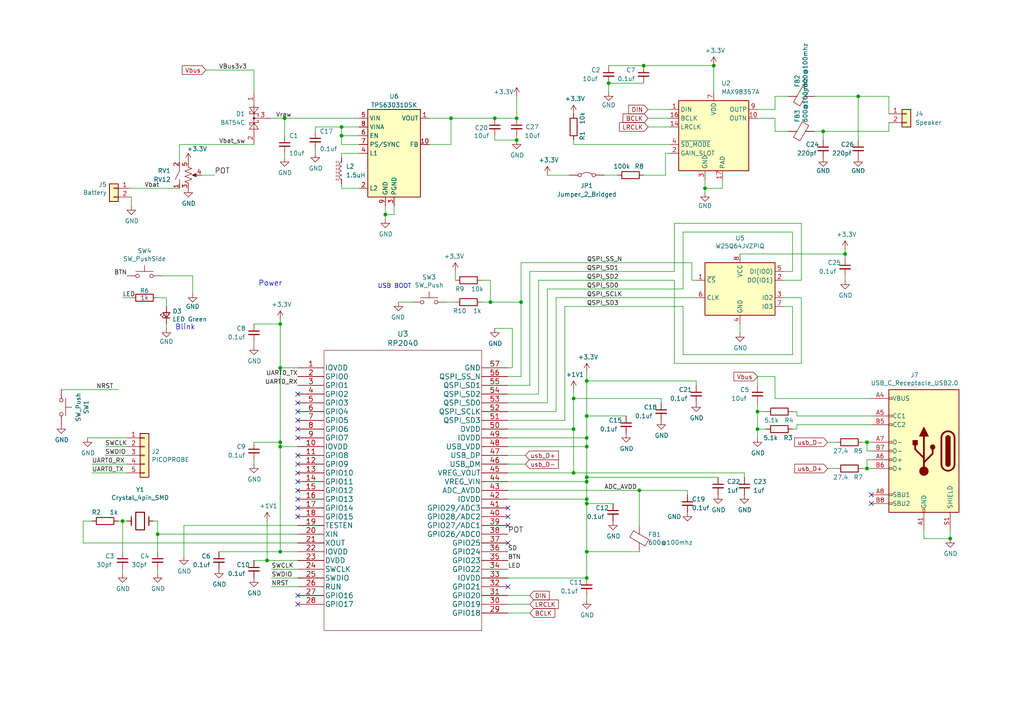
<source format=kicad_sch>
(kicad_sch (version 20231120) (generator "eeschema") (generator_version "8.0")
  (paper "A4")
  (junction (at 245.11 73.66))
  (junction (at 170.18 146.05))
  (junction (at 81.28 128.27))
  (junction (at 251.46 135.89))
  (junction (at 170.18 120.65))
  (junction (at 185.42 142.24))
  (junction (at 111.76 62.23))
  (junction (at 45.72 154.94))
  (junction (at 35.56 151.13))
  (junction (at 151.13 87.63))
  (junction (at 170.18 129.54))
  (junction (at 176.53 24.13))
  (junction (at 251.46 128.27))
  (junction (at 219.71 119.38))
  (junction (at 166.37 115.57))
  (junction (at 248.92 27.94))
  (junction (at 204.47 54.61))
  (junction (at 82.55 34.29))
  (junction (at 170.18 160.02))
  (junction (at 186.69 19.05))
  (junction (at 143.51 34.29))
  (junction (at 238.76 38.1))
  (junction (at 81.28 129.54))
  (junction (at 170.18 139.7))
  (junction (at 142.24 87.63))
  (junction (at 166.37 137.16))
  (junction (at 99.06 36.83))
  (junction (at 77.47 162.56))
  (junction (at 149.86 40.64))
  (junction (at 170.18 144.78))
  (junction (at 99.06 39.37))
  (junction (at 81.28 106.68))
  (junction (at 81.28 160.02))
  (junction (at 219.71 124.46))
  (junction (at 170.18 138.43))
  (junction (at 166.37 124.46))
  (junction (at 170.18 127))
  (junction (at 81.28 93.98))
  (junction (at 207.01 19.05))
  (junction (at 149.86 34.29))
  (junction (at 170.18 110.49))
  (junction (at 275.59 156.21))
  (junction (at 130.81 34.29))
  (junction (at 170.18 167.64))
  (no_connect (at 86.36 134.62))
  (no_connect (at 147.32 157.48))
  (no_connect (at 86.36 142.24))
  (no_connect (at 86.36 147.32))
  (no_connect (at 252.73 143.51))
  (no_connect (at 147.32 170.18))
  (no_connect (at 86.36 137.16))
  (no_connect (at 86.36 139.7))
  (no_connect (at 86.36 127))
  (no_connect (at 86.36 172.72))
  (no_connect (at 86.36 175.26))
  (no_connect (at 86.36 114.3))
  (no_connect (at -6.35 -22.86))
  (no_connect (at 86.36 121.92))
  (no_connect (at 86.36 124.46))
  (no_connect (at 147.32 152.4))
  (no_connect (at 86.36 132.08))
  (no_connect (at 147.32 147.32))
  (no_connect (at 147.32 149.86))
  (no_connect (at 86.36 119.38))
  (no_connect (at 86.36 149.86))
  (no_connect (at 252.73 146.05))
  (no_connect (at 86.36 144.78))
  (no_connect (at 86.36 116.84))
  (wire (pts (xy 166.37 115.57) (xy 166.37 124.46)))
  (wire (pts (xy 151.13 87.63) (xy 151.13 76.2)))
  (wire (pts (xy 119.38 87.63) (xy 115.57 87.63)))
  (wire (pts (xy 214.63 73.66) (xy 245.11 73.66)))
  (wire (pts (xy 30.48 132.08) (xy 36.83 132.08)))
  (wire (pts (xy 198.12 67.31) (xy 198.12 83.82)))
  (wire (pts (xy 99.06 44.45) (xy 99.06 45.72)))
  (wire (pts (xy 185.42 142.24) (xy 199.39 142.24)))
  (wire (pts (xy 86.36 170.18) (xy 78.74 170.18)))
  (wire (pts (xy 147.32 142.24) (xy 185.42 142.24)))
  (wire (pts (xy 73.66 20.32) (xy 73.66 26.67)))
  (wire (pts (xy 231.14 124.46) (xy 229.87 124.46)))
  (wire (pts (xy 86.36 167.64) (xy 78.74 167.64)))
  (wire (pts (xy 251.46 133.35) (xy 251.46 135.89)))
  (wire (pts (xy 200.66 81.28) (xy 201.93 81.28)))
  (wire (pts (xy 170.18 172.72) (xy 170.18 173.99)))
  (wire (pts (xy 86.36 129.54) (xy 81.28 129.54)))
  (wire (pts (xy 250.19 128.27) (xy 251.46 128.27)))
  (wire (pts (xy 86.36 162.56) (xy 77.47 162.56)))
  (wire (pts (xy 251.46 135.89) (xy 252.73 135.89)))
  (wire (pts (xy 166.37 115.57) (xy 191.77 115.57)))
  (wire (pts (xy 104.14 41.91) (xy 99.06 41.91)))
  (wire (pts (xy 229.87 88.9) (xy 227.33 88.9)))
  (wire (pts (xy 148.59 95.25) (xy 143.51 95.25)))
  (wire (pts (xy 231.14 123.19) (xy 231.14 124.46)))
  (wire (pts (xy 58.42 50.8) (xy 62.23 50.8)))
  (wire (pts (xy 224.79 27.94) (xy 224.79 31.75)))
  (wire (pts (xy 147.32 167.64) (xy 170.18 167.64)))
  (wire (pts (xy 252.73 123.19) (xy 231.14 123.19)))
  (wire (pts (xy 204.47 54.61) (xy 204.47 52.07)))
  (wire (pts (xy 86.36 160.02) (xy 81.28 160.02)))
  (wire (pts (xy 81.28 93.98) (xy 81.28 92.71)))
  (wire (pts (xy 55.88 80.01) (xy 55.88 85.09)))
  (wire (pts (xy 200.66 76.2) (xy 200.66 81.28)))
  (wire (pts (xy 147.32 129.54) (xy 170.18 129.54)))
  (wire (pts (xy 104.14 44.45) (xy 99.06 44.45)))
  (wire (pts (xy 34.29 151.13) (xy 35.56 151.13)))
  (wire (pts (xy 176.53 24.13) (xy 176.53 26.67)))
  (wire (pts (xy 219.71 116.84) (xy 219.71 119.38)))
  (wire (pts (xy 24.13 151.13) (xy 26.67 151.13)))
  (wire (pts (xy 204.47 54.61) (xy 204.47 55.88)))
  (wire (pts (xy 170.18 110.49) (xy 201.93 110.49)))
  (wire (pts (xy 48.26 93.98) (xy 48.26 95.25)))
  (wire (pts (xy 245.11 73.66) (xy 245.11 74.93)))
  (wire (pts (xy 227.33 78.74) (xy 229.87 78.74)))
  (wire (pts (xy 170.18 139.7) (xy 170.18 144.78)))
  (wire (pts (xy 219.71 31.75) (xy 224.79 31.75)))
  (wire (pts (xy 35.56 166.37) (xy 35.56 165.1)))
  (wire (pts (xy 81.28 106.68) (xy 81.28 128.27)))
  (wire (pts (xy 170.18 107.95) (xy 170.18 110.49)))
  (wire (pts (xy 193.04 50.8) (xy 186.69 50.8)))
  (wire (pts (xy 207.01 19.05) (xy 186.69 19.05)))
  (wire (pts (xy 187.96 31.75) (xy 194.31 31.75)))
  (wire (pts (xy 166.37 124.46) (xy 166.37 137.16)))
  (wire (pts (xy 170.18 167.64) (xy 170.18 160.02)))
  (wire (pts (xy 229.87 78.74) (xy 229.87 67.31)))
  (wire (pts (xy 232.41 64.77) (xy 232.41 81.28)))
  (wire (pts (xy 78.74 34.29) (xy 82.55 34.29)))
  (wire (pts (xy 26.67 134.62) (xy 36.83 134.62)))
  (wire (pts (xy 219.71 124.46) (xy 219.71 127)))
  (wire (pts (xy 170.18 138.43) (xy 208.28 138.43)))
  (wire (pts (xy 86.36 157.48) (xy 24.13 157.48)))
  (wire (pts (xy 156.21 81.28) (xy 195.58 81.28)))
  (wire (pts (xy 73.66 93.98) (xy 81.28 93.98)))
  (wire (pts (xy 248.92 27.94) (xy 248.92 40.64)))
  (wire (pts (xy 35.56 160.02) (xy 35.56 151.13)))
  (wire (pts (xy 73.66 128.27) (xy 81.28 128.27)))
  (wire (pts (xy 147.32 134.62) (xy 152.4 134.62)))
  (wire (pts (xy 240.03 128.27) (xy 242.57 128.27)))
  (wire (pts (xy 195.58 105.41) (xy 195.58 81.28)))
  (wire (pts (xy 248.92 27.94) (xy 257.81 27.94)))
  (wire (pts (xy 185.42 160.02) (xy 170.18 160.02)))
  (wire (pts (xy 193.04 44.45) (xy 193.04 50.8)))
  (wire (pts (xy 46.99 80.01) (xy 55.88 80.01)))
  (wire (pts (xy 147.32 121.92) (xy 163.83 121.92)))
  (wire (pts (xy 219.71 124.46) (xy 222.25 124.46)))
  (wire (pts (xy 45.72 154.94) (xy 45.72 160.02)))
  (wire (pts (xy 153.67 172.72) (xy 147.32 172.72)))
  (wire (pts (xy 219.71 109.22) (xy 219.71 111.76)))
  (wire (pts (xy 82.55 34.29) (xy 82.55 39.37)))
  (wire (pts (xy 232.41 86.36) (xy 232.41 105.41)))
  (wire (pts (xy 166.37 113.03) (xy 166.37 115.57)))
  (wire (pts (xy 132.08 78.74) (xy 132.08 81.28)))
  (wire (pts (xy 63.5 160.02) (xy 81.28 160.02)))
  (wire (pts (xy 81.28 129.54) (xy 81.28 160.02)))
  (wire (pts (xy 151.13 76.2) (xy 200.66 76.2)))
  (wire (pts (xy 215.9 137.16) (xy 215.9 138.43)))
  (wire (pts (xy 227.33 86.36) (xy 232.41 86.36)))
  (wire (pts (xy 151.13 87.63) (xy 142.24 87.63)))
  (wire (pts (xy 35.56 86.36) (xy 38.1 86.36)))
  (wire (pts (xy 219.71 34.29) (xy 224.79 34.29)))
  (wire (pts (xy 236.22 27.94) (xy 248.92 27.94)))
  (wire (pts (xy 147.32 124.46) (xy 166.37 124.46)))
  (wire (pts (xy 267.97 156.21) (xy 275.59 156.21)))
  (wire (pts (xy 38.1 54.61) (xy 52.07 54.61)))
  (wire (pts (xy 45.72 151.13) (xy 45.72 154.94)))
  (wire (pts (xy 214.63 96.52) (xy 214.63 93.98)))
  (wire (pts (xy 124.46 34.29) (xy 130.81 34.29)))
  (wire (pts (xy 251.46 130.81) (xy 251.46 128.27)))
  (wire (pts (xy 166.37 137.16) (xy 147.32 137.16)))
  (wire (pts (xy 161.29 86.36) (xy 201.93 86.36)))
  (wire (pts (xy 229.87 102.87) (xy 229.87 88.9)))
  (wire (pts (xy 231.14 119.38) (xy 231.14 120.65)))
  (wire (pts (xy 229.87 67.31) (xy 198.12 67.31)))
  (wire (pts (xy 114.3 62.23) (xy 111.76 62.23)))
  (wire (pts (xy 219.71 119.38) (xy 219.71 124.46)))
  (wire (pts (xy 148.59 95.25) (xy 148.59 106.68)))
  (wire (pts (xy 195.58 64.77) (xy 195.58 78.74)))
  (wire (pts (xy 130.81 34.29) (xy 143.51 34.29)))
  (wire (pts (xy 252.73 115.57) (xy 224.79 115.57)))
  (wire (pts (xy 99.06 41.91) (xy 99.06 39.37)))
  (wire (pts (xy 170.18 146.05) (xy 177.8 146.05)))
  (wire (pts (xy 252.73 133.35) (xy 251.46 133.35)))
  (wire (pts (xy 91.44 43.18) (xy 91.44 44.45)))
  (wire (pts (xy 36.83 129.54) (xy 30.48 129.54)))
  (wire (pts (xy 25.4 127) (xy 36.83 127)))
  (wire (pts (xy 170.18 110.49) (xy 170.18 120.65)))
  (wire (pts (xy 149.86 39.37) (xy 149.86 40.64)))
  (wire (pts (xy 147.32 144.78) (xy 170.18 144.78)))
  (wire (pts (xy 176.53 24.13) (xy 186.69 24.13)))
  (wire (pts (xy 81.28 128.27) (xy 81.28 129.54)))
  (wire (pts (xy 73.66 134.62) (xy 73.66 133.35)))
  (wire (pts (xy 91.44 36.83) (xy 91.44 38.1)))
  (wire (pts (xy 181.61 120.65) (xy 170.18 120.65)))
  (wire (pts (xy 199.39 142.24) (xy 199.39 143.51)))
  (wire (pts (xy 166.37 137.16) (xy 215.9 137.16)))
  (wire (pts (xy 153.67 78.74) (xy 195.58 78.74)))
  (wire (pts (xy 224.79 27.94) (xy 228.6 27.94)))
  (wire (pts (xy 104.14 36.83) (xy 99.06 36.83)))
  (wire (pts (xy 99.06 39.37) (xy 99.06 36.83)))
  (wire (pts (xy 59.69 20.32) (xy 73.66 20.32)))
  (wire (pts (xy 132.08 87.63) (xy 129.54 87.63)))
  (wire (pts (xy 191.77 115.57) (xy 191.77 116.84)))
  (wire (pts (xy 114.3 59.69) (xy 114.3 62.23)))
  (wire (pts (xy 222.25 119.38) (xy 219.71 119.38)))
  (wire (pts (xy 194.31 44.45) (xy 193.04 44.45)))
  (wire (pts (xy 130.81 34.29) (xy 130.81 41.91)))
  (wire (pts (xy 267.97 153.67) (xy 267.97 156.21)))
  (wire (pts (xy 147.32 127) (xy 170.18 127)))
  (wire (pts (xy 158.75 83.82) (xy 198.12 83.82)))
  (wire (pts (xy 187.96 34.29) (xy 194.31 34.29)))
  (wire (pts (xy 147.32 139.7) (xy 170.18 139.7)))
  (wire (pts (xy 163.83 88.9) (xy 198.12 88.9)))
  (wire (pts (xy 166.37 40.64) (xy 166.37 41.91)))
  (wire (pts (xy 48.26 86.36) (xy 48.26 88.9)))
  (wire (pts (xy 275.59 153.67) (xy 275.59 156.21)))
  (wire (pts (xy 99.06 36.83) (xy 91.44 36.83)))
  (wire (pts (xy 209.55 54.61) (xy 204.47 54.61)))
  (wire (pts (xy 147.32 116.84) (xy 158.75 116.84)))
  (wire (pts (xy 147.32 114.3) (xy 156.21 114.3)))
  (wire (pts (xy 143.51 34.29) (xy 149.86 34.29)))
  (wire (pts (xy 153.67 177.8) (xy 147.32 177.8)))
  (wire (pts (xy 185.42 152.4) (xy 185.42 142.24)))
  (wire (pts (xy 53.34 152.4) (xy 53.34 161.29)))
  (wire (pts (xy 170.18 120.65) (xy 170.18 127)))
  (wire (pts (xy 153.67 175.26) (xy 147.32 175.26)))
  (wire (pts (xy 170.18 129.54) (xy 170.18 127)))
  (wire (pts (xy 250.19 135.89) (xy 251.46 135.89)))
  (wire (pts (xy 143.51 40.64) (xy 149.86 40.64)))
  (wire (pts (xy 44.45 151.13) (xy 45.72 151.13)))
  (wire (pts (xy 229.87 119.38) (xy 231.14 119.38)))
  (wire (pts (xy 153.67 111.76) (xy 153.67 78.74)))
  (wire (pts (xy 17.78 113.03) (xy 34.29 113.03)))
  (wire (pts (xy 198.12 102.87) (xy 229.87 102.87)))
  (wire (pts (xy 81.28 93.98) (xy 81.28 106.68)))
  (wire (pts (xy 232.41 81.28) (xy 227.33 81.28)))
  (wire (pts (xy 35.56 151.13) (xy 36.83 151.13)))
  (wire (pts (xy 45.72 86.36) (xy 48.26 86.36)))
  (wire (pts (xy 251.46 128.27) (xy 252.73 128.27)))
  (wire (pts (xy 170.18 139.7) (xy 170.18 138.43)))
  (wire (pts (xy 224.79 34.29) (xy 224.79 38.1)))
  (wire (pts (xy 139.7 87.63) (xy 142.24 87.63)))
  (wire (pts (xy 166.37 41.91) (xy 194.31 41.91)))
  (wire (pts (xy 82.55 34.29) (xy 104.14 34.29)))
  (wire (pts (xy 77.47 162.56) (xy 77.47 151.13)))
  (wire (pts (xy 232.41 105.41) (xy 195.58 105.41)))
  (wire (pts (xy 170.18 146.05) (xy 170.18 160.02)))
  (wire (pts (xy 257.81 27.94) (xy 257.81 33.02)))
  (wire (pts (xy 111.76 59.69) (xy 111.76 62.23)))
  (wire (pts (xy 142.24 81.28) (xy 142.24 87.63)))
  (wire (pts (xy 147.32 111.76) (xy 153.67 111.76)))
  (wire (pts (xy 170.18 138.43) (xy 170.18 129.54)))
  (wire (pts (xy 187.96 36.83) (xy 194.31 36.83)))
  (wire (pts (xy 147.32 119.38) (xy 161.29 119.38)))
  (wire (pts (xy 170.18 144.78) (xy 170.18 146.05)))
  (wire (pts (xy 82.55 44.45) (xy 82.55 45.72)))
  (wire (pts (xy 224.79 109.22) (xy 219.71 109.22)))
  (wire (pts (xy 163.83 121.92) (xy 163.83 88.9)))
  (wire (pts (xy 236.22 38.1) (xy 238.76 38.1)))
  (wire (pts (xy 158.75 50.8) (xy 165.1 50.8)))
  (wire (pts (xy 201.93 110.49) (xy 201.93 111.76)))
  (wire (pts (xy 257.81 38.1) (xy 257.81 35.56)))
  (wire (pts (xy 86.36 106.68) (xy 81.28 106.68)))
  (wire (pts (xy 24.13 157.48) (xy 24.13 151.13)))
  (wire (pts (xy 86.36 165.1) (xy 78.74 165.1)))
  (wire (pts (xy 245.11 72.39) (xy 245.11 73.66)))
  (wire (pts (xy 52.07 41.91) (xy 52.07 46.99)))
  (wire (pts (xy 186.69 19.05) (xy 176.53 19.05)))
  (wire (pts (xy 147.32 132.08) (xy 152.4 132.08)))
  (wire (pts (xy 45.72 166.37) (xy 45.72 165.1)))
  (wire (pts (xy 209.55 52.07) (xy 209.55 54.61)))
  (wire (pts (xy 175.26 50.8) (xy 179.07 50.8)))
  (wire (pts (xy 139.7 81.28) (xy 142.24 81.28)))
  (wire (pts (xy 99.06 53.34) (xy 99.06 54.61)))
  (wire (pts (xy 111.76 62.23) (xy 111.76 63.5)))
  (wire (pts (xy 245.11 80.01) (xy 245.11 81.28)))
  (wire (pts (xy 224.79 115.57) (xy 224.79 109.22)))
  (wire (pts (xy 224.79 38.1) (xy 228.6 38.1)))
  (wire (pts (xy 99.06 39.37) (xy 104.14 39.37)))
  (wire (pts (xy 232.41 64.77) (xy 195.58 64.77)))
  (wire (pts (xy 149.86 27.94) (xy 149.86 34.29)))
  (wire (pts (xy 252.73 130.81) (xy 251.46 130.81)))
  (wire (pts (xy 151.13 109.22) (xy 151.13 87.63)))
  (wire (pts (xy 238.76 38.1) (xy 238.76 40.64)))
  (wire (pts (xy 147.32 109.22) (xy 151.13 109.22)))
  (wire (pts (xy 240.03 135.89) (xy 242.57 135.89)))
  (wire (pts (xy 73.66 162.56) (xy 77.47 162.56)))
  (wire (pts (xy 207.01 26.67) (xy 207.01 19.05)))
  (wire (pts (xy 161.29 119.38) (xy 161.29 86.36)))
  (wire (pts (xy 26.67 137.16) (xy 36.83 137.16)))
  (wire (pts (xy 86.36 154.94) (xy 45.72 154.94)))
  (wire (pts (xy 99.06 54.61) (xy 104.14 54.61)))
  (wire (pts (xy 38.1 57.15) (xy 38.1 59.69)))
  (wire (pts (xy 86.36 152.4) (xy 53.34 152.4)))
  (wire (pts (xy 52.07 41.91) (xy 73.66 41.91)))
  (wire (pts (xy 143.51 39.37) (xy 143.51 40.64)))
  (wire (pts (xy 158.75 116.84) (xy 158.75 83.82)))
  (wire (pts (xy 147.32 106.68) (xy 148.59 106.68)))
  (wire (pts (xy 156.21 81.28) (xy 156.21 114.3)))
  (wire (pts (xy 73.66 100.33) (xy 73.66 99.06)))
  (wire (pts (xy 124.46 41.91) (xy 130.81 41.91)))
  (wire (pts (xy 198.12 88.9) (xy 198.12 102.87)))
  (wire (pts (xy 231.14 120.65) (xy 252.73 120.65)))
  (wire (pts (xy 238.76 38.1) (xy 257.81 38.1)))
  (text "USB BOOT" (at 119.38 83.82 0) (effects (font (size 1.27 1.27)) (justify right bottom)))
  (text "Blink" (at 50.8 95.885 0) (effects (font (size 1.524 1.524)) (justify left bottom)))
  (text "Power" (at 74.93 83.185 0) (effects (font (size 1.524 1.524)) (justify left bottom)))
  (label "SWCLK" (at 30.48 129.54 0))
  (label "QSPI_SD1" (at 170.18 78.74 0))
  (label "NRST" (at 78.74 170.18 0))
  (label "BTN" (at 36.83 80.01 180))
  (label "SWDIO" (at 78.74 167.64 0))
  (label "QSPI_SD0" (at 170.18 83.82 0))
  (label "UART0_TX" (at 26.67 137.16 0))
  (label "QSPI_SS_N" (at 170.18 76.2 0))
  (label "SWCLK" (at 78.74 165.1 0))
  (label "SWDIO" (at 30.48 132.08 0))
  (label "NRST" (at 27.94 113.03 0))
  (label "UART0_RX" (at 26.67 134.62 0))
  (label "Vraw" (at 80.01 34.29 0))
  (label "UART0_RX" (at 86.36 111.76 180))
  (label "LED" (at 147.32 165.1 0))
  (label "QSPI_SD3" (at 170.18 88.9 0))
  (label "POT" (at 147.32 154.94 0) (effects (font (size 1.524 1.524))))
  (label "BTN" (at 147.32 162.56 0))
  (label "QSPI_SD2" (at 170.18 81.28 0))
  (label "POT" (at 62.23 50.8 0) (effects (font (size 1.524 1.524))))
  (label "ADC_AVDD" (at 175.26 142.24 0))
  (label "QSPI_SCLK" (at 170.18 86.36 0))
  (label "Vbat" (at 41.91 54.61 0))
  (label "LED" (at 35.56 86.36 0))
  (label "UART0_TX" (at 86.36 109.22 180))
  (label "VBus3v3" (at 63.5 20.32 0))
  (label "Vbat_sw" (at 63.5 41.91 0))
  (label "SD" (at 147.32 160.02 0))
  (global_label "DIN" (shape input) (at 153.67 172.72 0) (property "Intersheetrefs" "${INTERSHEET_REFS}" (effects (hide yes))))
  (global_label "DIN" (shape input) (at 187.96 31.75 180) (property "Intersheetrefs" "${INTERSHEET_REFS}" (effects (hide yes))))
  (global_label "BCLK" (shape input) (at 187.96 34.29 180) (property "Intersheetrefs" "${INTERSHEET_REFS}" (effects (hide yes))))
  (global_label "LRCLK" (shape input) (at 187.96 36.83 180) (property "Intersheetrefs" "${INTERSHEET_REFS}" (effects (hide yes))))
  (global_label "Vbus" (shape input) (at 59.69 20.32 180) (property "Intersheetrefs" "${INTERSHEET_REFS}" (effects (hide yes))))
  (global_label "BCLK" (shape input) (at 153.67 177.8 0) (property "Intersheetrefs" "${INTERSHEET_REFS}" (effects (hide yes))))
  (global_label "usb_D-" (shape input) (at 152.4 134.62 0) (property "Intersheetrefs" "${INTERSHEET_REFS}" (effects (hide yes))))
  (global_label "LRCLK" (shape input) (at 153.67 175.26 0) (property "Intersheetrefs" "${INTERSHEET_REFS}" (effects (hide yes))))
  (global_label "usb_D-" (shape input) (at 240.03 128.27 180) (property "Intersheetrefs" "${INTERSHEET_REFS}" (effects (hide yes))))
  (global_label "Vbus" (shape input) (at 219.71 109.22 180) (property "Intersheetrefs" "${INTERSHEET_REFS}" (effects (hide yes))))
  (global_label "usb_D+" (shape input) (at 240.03 135.89 180) (property "Intersheetrefs" "${INTERSHEET_REFS}" (effects (hide yes))))
  (global_label "usb_D+" (shape input) (at 152.4 132.08 0) (property "Intersheetrefs" "${INTERSHEET_REFS}" (effects (hide yes))))
  (symbol (lib_id "Device:C_Small") (at 177.8 148.59 0) (unit 1)
    (property "Reference" "C12" (at 172.72 147.32 0) (effects (justify left)))
    (property "Value" "0.1uf" (at 170.18 149.86 0) (effects (justify left)))
    (property "Footprint" "Capacitor_SMD:C_0402_1005Metric" (effects (hide yes)))
    (property "LCSC" "C1525" (effects (hide yes)))
  )
  (symbol (lib_id "Device:C_Small") (at 170.18 170.18 0) (unit 1)
    (property "Reference" "C11" (at 165.1 168.91 0) (effects (justify left)))
    (property "Value" "0.1uf" (at 162.56 171.45 0) (effects (justify left)))
    (property "Footprint" "Capacitor_SMD:C_0402_1005Metric" (effects (hide yes)))
    (property "LCSC" "C1525" (effects (hide yes)))
  )
  (symbol (lib_id "Device:L_Ferrite") (at 99.06 49.53 180) (unit 1)
    (property "Reference" "L2" (at 100.33 48.2599 0) (effects (justify right)))
    (property "Value" "1.5uH" (at 100.33 50.7999 0) (effects (justify right)))
    (property "Footprint" "Inductor_SMD:L_Coilcraft_LPS3010" (effects (hide yes)))
    (property "Datasheet" "Coilcraft LPS3015-152MRC" (effects (hide yes)))
    (property "LCSC" "C17382749" (effects (hide yes)))
  )
  (symbol (lib_id "power:GND") (at 111.76 63.5 0) (unit 1)
    (property "Reference" "#PWR024" (effects (hide yes)))
    (property "Value" "GND" (at 111.887 67.8942 0))
  )
  (symbol (lib_id "Device:R") (at 30.48 151.13 270) (unit 1)
    (property "Reference" "R2" (at 27.94 148.59 90))
    (property "Value" "1k" (at 33.02 148.59 90))
    (property "Footprint" "Resistor_SMD:R_0402_1005Metric" (effects (hide yes)))
    (property "LCSC" "C11702" (effects (hide yes)))
  )
  (symbol (lib_id "Device:C_Small") (at 208.28 140.97 0) (unit 1)
    (property "Reference" "C22" (at 210.82 139.7 0) (effects (justify left)))
    (property "Value" "1uf" (at 210.82 142.24 0) (effects (justify left)))
    (property "Footprint" "Capacitor_SMD:C_0402_1005Metric" (effects (hide yes)))
    (property "LCSC" "C52923" (effects (hide yes)))
  )
  (symbol (lib_id "Device:R") (at 226.06 124.46 90) (unit 1)
    (property "Reference" "R3" (at 228.6 127 90))
    (property "Value" "5.1k" (at 223.52 127 90))
    (property "Footprint" "Resistor_SMD:R_0402_1005Metric" (effects (hide yes)))
    (property "LCSC" "C25905" (effects (hide yes)))
  )
  (symbol (lib_id "Device:C_Small") (at 149.86 36.83 0) (unit 1)
    (property "Reference" "C27" (at 152.4 36.83 0) (effects (justify left)))
    (property "Value" "10uf" (at 152.146 39.37 0) (effects (justify left)))
    (property "Footprint" "Capacitor_SMD:C_0402_1005Metric" (effects (hide yes)))
    (property "LCSC" "C15525" (effects (hide yes)))
  )
  (symbol (lib_id "Device:C_Small") (at 143.51 36.83 0) (unit 1)
    (property "Reference" "C20" (at 137.668 37.084 0) (effects (justify left)))
    (property "Value" "10uf" (at 137.414 39.37 0) (effects (justify left)))
    (property "Footprint" "Capacitor_SMD:C_0402_1005Metric" (effects (hide yes)))
    (property "LCSC" "C15525" (effects (hide yes)))
  )
  (symbol (lib_id "Device:FerriteBead") (at 232.41 38.1 90) (unit 1)
    (property "Reference" "FB3" (at 231.2416 35.56 0) (effects (justify left)))
    (property "Value" "600@100mhz" (at 233.553 35.56 0) (effects (justify left)))
    (property "Footprint" "Inductor_SMD:L_0603_1608Metric" (effects (hide yes)))
    (property "LCSC" "C1002" (effects (hide yes)))
  )
  (symbol (lib_id "emeb_library:Crystal_4pin_SMD") (at 40.64 151.13 0) (unit 1)
    (property "Reference" "Y1" (at 40.64 142.0368 0))
    (property "Value" "Crystal_4pin_SMD" (at 40.64 144.3482 0))
    (property "Footprint" "Crystal:Crystal_SMD_3225-4Pin_3.2x2.5mm" (effects (hide yes)))
    (property "LCSC" "C9002" (effects (hide yes)))
  )
  (symbol (lib_id "Device:R") (at 246.38 128.27 90) (unit 1)
    (property "Reference" "R5" (at 248.92 130.81 90))
    (property "Value" "27.4" (at 243.84 130.81 90))
    (property "Footprint" "Resistor_SMD:R_0402_1005Metric" (effects (hide yes)))
    (property "LCSC" "C31439" (effects (hide yes)))
  )
  (symbol (lib_id "power:GND") (at 219.71 127 0) (unit 1)
    (property "Reference" "#U01" (effects (hide yes)))
    (property "Value" "GND" (at 219.837 131.3942 0))
  )
  (symbol (lib_id "power:GND") (at 82.55 45.72 0) (unit 1)
    (property "Reference" "#PWR02" (effects (hide yes)))
    (property "Value" "GND" (at 82.677 50.1142 0))
  )
  (symbol (lib_id "Connector:USB_C_Receptacle_USB2.0") (at 267.97 130.81 0) (mirror y) (unit 1)
    (property "Reference" "J7" (at 265.2522 108.7882 0))
    (property "Value" "USB_C_Receptacle_USB2.0" (at 265.2522 111.0996 0))
    (property "Footprint" "MyLibrary:USB-C_SMD-TYPE-C-31-M-12" (effects (hide yes)))
    (property "Datasheet" "https://www.usb.org/sites/default/files/documents/usb_type-c.zip" (effects (hide yes)))
    (property "LCSC" "C165948" (effects (hide yes)))
    (property "checked" "1" (effects (hide yes)))
  )
  (symbol (lib_id "Device:R") (at 135.89 87.63 270) (mirror x) (unit 1)
    (property "Reference" "R10" (at 133.35 90.17 90))
    (property "Value" "1k" (at 138.43 90.17 90))
    (property "Footprint" "Resistor_SMD:R_0402_1005Metric" (effects (hide yes)))
    (property "LCSC" "C11702" (effects (hide yes)))
  )
  (symbol (lib_id "Device:R") (at 135.89 81.28 270) (mirror x) (unit 1)
    (property "Reference" "R9" (at 133.35 83.82 90))
    (property "Value" "10k" (at 138.43 83.82 90))
    (property "Footprint" "Resistor_SMD:R_0402_1005Metric" (effects (hide yes)))
    (property "LCSC" "C25744" (effects (hide yes)))
  )
  (symbol (lib_id "Device:C_Small") (at 82.55 41.91 0) (unit 1)
    (property "Reference" "C1" (at 83.82 39.37 0) (effects (justify left)))
    (property "Value" "10uf" (at 83.82 44.45 0) (effects (justify left)))
    (property "Footprint" "Capacitor_SMD:C_0402_1005Metric" (effects (hide yes)))
    (property "LCSC" "C15525" (effects (hide yes)))
  )
  (symbol (lib_id "power:+3.3V") (at 149.86 27.94 0) (unit 1)
    (property "Reference" "#PWR020" (effects (hide yes)))
    (property "Value" "+3.3V" (at 146.05 26.67 0))
  )
  (symbol (lib_id "power:+3.3V") (at 207.01 19.05 0) (unit 1)
    (property "Reference" "#PWR015" (effects (hide yes)))
    (property "Value" "+3.3V" (at 207.391 14.6558 0))
  )
  (symbol (lib_id "power:+3.3V") (at 166.37 33.02 0) (unit 1)
    (property "Reference" "#PWR011" (effects (hide yes)))
    (property "Value" "+3.3V" (at 166.751 28.6258 0))
  )
  (symbol (lib_id "Device:R") (at 166.37 36.83 0) (mirror y) (unit 1)
    (property "Reference" "R1" (at 168.91 39.37 90))
    (property "Value" "10k" (at 168.91 34.29 90))
    (property "Footprint" "Resistor_SMD:R_0402_1005Metric" (effects (hide yes)))
    (property "LCSC" "C25744" (effects (hide yes)))
  )
  (symbol (lib_id "Device:FerriteBead") (at 185.42 156.21 0) (unit 1)
    (property "Reference" "FB1" (at 187.96 155.0416 0) (effects (justify left)))
    (property "Value" "600@100mhz" (at 187.96 157.353 0) (effects (justify left)))
    (property "Footprint" "Inductor_SMD:L_0603_1608Metric" (effects (hide yes)))
    (property "LCSC" "C1002" (effects (hide yes)))
  )
  (symbol (lib_id "Device:C_Small") (at 63.5 162.56 0) (unit 1)
    (property "Reference" "C6" (at 58.42 161.29 0) (effects (justify left)))
    (property "Value" "0.1uf" (at 55.88 163.83 0) (effects (justify left)))
    (property "Footprint" "Capacitor_SMD:C_0402_1005Metric" (effects (hide yes)))
    (property "LCSC" "C1525" (effects (hide yes)))
  )
  (symbol (lib_id "power:GND") (at 177.8 151.13 0) (unit 1)
    (property "Reference" "#U014" (effects (hide yes)))
    (property "Value" "GND" (at 177.927 155.5242 0))
  )
  (symbol (lib_id "Memory_Flash:W25Q32JVSS") (at 214.63 83.82 0) (unit 1)
    (property "Reference" "U5" (at 214.63 69.0626 0))
    (property "Value" "W25Q64JVZPIQ" (at 214.63 71.374 0))
    (property "Footprint" "Package_SON:WSON-8-1EP_6x5mm_P1.27mm_EP3.4x4.3mm" (effects (hide yes)))
    (property "Datasheet" "http://www.winbond.com/resource-files/w25q32jv%20revg%2003272018%20plus.pdf" (effects (hide yes)))
    (property "LCSC" "C2940197" (effects (hide yes)))
  )
  (symbol (lib_id "Device:C_Small") (at 248.92 43.18 0) (unit 1)
    (property "Reference" "C26" (at 243.84 41.91 0) (effects (justify left)))
    (property "Value" "220pf" (at 241.3 44.45 0) (effects (justify left)))
    (property "Footprint" "Capacitor_SMD:C_0402_1005Metric" (effects (hide yes)))
    (property "LCSC" "C1530" (effects (hide yes)))
  )
  (symbol (lib_id "Device:C_Small") (at 238.76 43.18 0) (unit 1)
    (property "Reference" "C24" (at 233.68 41.91 0) (effects (justify left)))
    (property "Value" "220pf" (at 231.14 44.45 0) (effects (justify left)))
    (property "Footprint" "Capacitor_SMD:C_0402_1005Metric" (effects (hide yes)))
    (property "LCSC" "C1530" (effects (hide yes)))
  )
  (symbol (lib_id "power:GND") (at 73.66 100.33 0) (unit 1)
    (property "Reference" "#U08" (effects (hide yes)))
    (property "Value" "GND" (at 73.787 104.7242 0))
  )
  (symbol (lib_id "power:+1V1") (at 77.47 151.13 0) (unit 1)
    (property "Reference" "#PWR013" (effects (hide yes)))
    (property "Value" "+1V1" (at 77.851 146.7358 0))
  )
  (symbol (lib_id "power:GND") (at 176.53 26.67 0) (unit 1)
    (property "Reference" "#PWR012" (effects (hide yes)))
    (property "Value" "GND" (at 176.53 30.48 0))
  )
  (symbol (lib_id "Device:C_Small") (at 35.56 162.56 0) (unit 1)
    (property "Reference" "C3" (at 30.48 161.29 0) (effects (justify left)))
    (property "Value" "30pf" (at 27.94 163.83 0) (effects (justify left)))
    (property "Footprint" "Capacitor_SMD:C_0603_1608Metric" (effects (hide yes)))
    (property "LCSC" "C1658" (effects (hide yes)))
  )
  (symbol (lib_id "Diode:BAT54C") (at 73.66 34.29 90) (mirror x) (unit 1)
    (property "Reference" "D1" (at 71.12 33.0199 90) (effects (justify left)))
    (property "Value" "BAT54C" (at 71.12 35.5599 90) (effects (justify left)))
    (property "Footprint" "Package_TO_SOT_SMD:SOT-23" (effects (hide yes)))
    (property "Datasheet" "http://www.diodes.com/_files/datasheets/ds11005.pdf" (effects (hide yes)))
    (property "LCSC" "C556168" (effects (hide yes)))
  )
  (symbol (lib_id "power:GND") (at 73.66 167.64 0) (unit 1)
    (property "Reference" "#U010" (effects (hide yes)))
    (property "Value" "GND" (at 73.787 172.0342 0))
  )
  (symbol (lib_id "Regulator_Switching:TPS63031DSK") (at 114.3 44.45 0) (unit 1)
    (property "Reference" "U6" (at 114.3 27.94 0))
    (property "Value" "TPS63031DSK" (at 114.3 30.48 0))
    (property "Footprint" "Package_SON:WSON-10-1EP_2.5x2.5mm_P0.5mm_EP1.2x2mm" (effects (hide yes)))
    (property "Datasheet" "http://www.ti.com/lit/ds/symlink/tps63031.pdf" (effects (hide yes)))
    (property "Description" "Buck-Boost Converter, 1.8-5.5V Input Voltage, 1A Switch Current, 3.3V Output Voltage, VSON-10 (DSK0010A)" (effects (hide yes)))
    (property "LCSC" "C15516" (effects (hide yes)))
  )
  (symbol (lib_id "power:GND") (at 73.66 134.62 0) (unit 1)
    (property "Reference" "#U09" (effects (hide yes)))
    (property "Value" "GND" (at 73.787 139.0142 0))
  )
  (symbol (lib_id "Device:C_Small") (at 215.9 140.97 0) (unit 1)
    (property "Reference" "C23" (at 218.44 139.7 0) (effects (justify left)))
    (property "Value" "1uf" (at 218.44 142.24 0) (effects (justify left)))
    (property "Footprint" "Capacitor_SMD:C_0402_1005Metric" (effects (hide yes)))
    (property "LCSC" "C52923" (effects (hide yes)))
  )
  (symbol (lib_id "power:GND") (at 55.88 85.09 0) (unit 1)
    (property "Reference" "#PWR0102" (effects (hide yes)))
    (property "Value" "GND" (at 55.88 88.9 0))
  )
  (symbol (lib_id "Device:C_Small") (at 73.66 165.1 0) (unit 1)
    (property "Reference" "C10" (at 68.58 163.83 0) (effects (justify left)))
    (property "Value" "0.1uf" (at 66.04 166.37 0) (effects (justify left)))
    (property "Footprint" "Capacitor_SMD:C_0402_1005Metric" (effects (hide yes)))
    (property "LCSC" "C1525" (effects (hide yes)))
  )
  (symbol (lib_id "Device:R") (at 226.06 119.38 90) (unit 1)
    (property "Reference" "R4" (at 228.854 121.92 90))
    (property "Value" "5.1k" (at 223.774 121.92 90))
    (property "Footprint" "Resistor_SMD:R_0402_1005Metric" (effects (hide yes)))
    (property "LCSC" "C25905" (effects (hide yes)))
  )
  (symbol (lib_id "power:GND") (at 54.61 54.61 0) (unit 1)
    (property "Reference" "#PWR07" (effects (hide yes)))
    (property "Value" "GND" (at 54.737 59.0042 0))
  )
  (symbol (lib_id "Audio:MAX98357A") (at 207.01 39.37 0) (unit 1)
    (property "Reference" "U2" (at 209.2041 24.13 0) (effects (justify left)))
    (property "Value" "MAX98357A" (at 209.2041 26.67 0) (effects (justify left)))
    (property "Footprint" "Package_DFN_QFN:TQFN-16-1EP_3x3mm_P0.5mm_EP1.23x1.23mm" (effects (hide yes)))
    (property "Datasheet" "https://www.analog.com/media/en/technical-documentation/data-sheets/MAX98357A-MAX98357B.pdf" (effects (hide yes)))
    (property "Description" "Mono DAC with amplifier, I2S, PCM, TDM, 32-bit, 96khz, 3.2W, TQFP-16" (effects (hide yes)))
    (property "LCSC" "C910544" (effects (hide yes)))
  )
  (symbol (lib_id "power:GND") (at 91.44 44.45 0) (unit 1)
    (property "Reference" "#PWR018" (effects (hide yes)))
    (property "Value" "GND" (at 91.567 48.8442 0))
  )
  (symbol (lib_id "Device:R") (at 182.88 50.8 90) (mirror x) (unit 1)
    (property "Reference" "R8" (at 185.42 48.26 90))
    (property "Value" "100k" (at 180.34 48.26 90))
    (property "Footprint" "Resistor_SMD:R_0805_2012Metric" (effects (hide yes)))
    (property "LCSC" "C149504" (effects (hide yes)))
  )
  (symbol (lib_id "Device:C_Small") (at 176.53 21.59 0) (unit 1)
    (property "Reference" "C2" (at 171.45 20.32 0) (effects (justify left)))
    (property "Value" "10uf" (at 168.91 22.86 0) (effects (justify left)))
    (property "Footprint" "Capacitor_SMD:C_0402_1005Metric" (effects (hide yes)))
    (property "LCSC" "C15525" (effects (hide yes)))
  )
  (symbol (lib_id "power:+3.3V") (at 54.61 46.99 0) (unit 1)
    (property "Reference" "#PWR05" (effects (hide yes)))
    (property "Value" "+3.3V" (at 57.15 43.18 0))
  )
  (symbol (lib_id "Device:C_Small") (at 45.72 162.56 0) (unit 1)
    (property "Reference" "C4" (at 40.64 161.29 0) (effects (justify left)))
    (property "Value" "30pf" (at 38.1 163.83 0) (effects (justify left)))
    (property "Footprint" "Capacitor_SMD:C_0603_1608Metric" (effects (hide yes)))
    (property "LCSC" "C1658" (effects (hide yes)))
  )
  (symbol (lib_id "power:GND") (at 204.47 55.88 0) (unit 1)
    (property "Reference" "#PWR08" (effects (hide yes)))
    (property "Value" "GND" (at 204.47 59.69 0))
  )
  (symbol (lib_id "Switch:SW_Push") (at 124.46 87.63 0) (mirror y) (unit 1)
    (property "Reference" "SW3" (at 124.46 80.391 0))
    (property "Value" "SW_Push" (at 124.46 82.7024 0))
    (property "Footprint" "Button_Switch_SMD:SW_Push_1P1T_NO_CK_KMR2" (effects (hide yes)))
    (property "LCSC" "C221675" (effects (hide yes)))
  )
  (symbol (lib_id "power:+3.3V") (at 158.75 50.8 0) (unit 1)
    (property "Reference" "#PWR01" (effects (hide yes)))
    (property "Value" "+3.3V" (at 159.131 46.4058 0))
  )
  (symbol (lib_id "Device:C_Small") (at 73.66 96.52 0) (unit 1)
    (property "Reference" "C8" (at 68.58 95.25 0) (effects (justify left)))
    (property "Value" "0.1uf" (at 66.04 97.79 0) (effects (justify left)))
    (property "Footprint" "Capacitor_SMD:C_0402_1005Metric" (effects (hide yes)))
    (property "LCSC" "C1525" (effects (hide yes)))
  )
  (symbol (lib_id "power:+1V1") (at 166.37 113.03 0) (unit 1)
    (property "Reference" "#PWR021" (effects (hide yes)))
    (property "Value" "+1V1" (at 166.751 108.6358 0))
  )
  (symbol (lib_id "power:GND") (at 35.56 166.37 0) (unit 1)
    (property "Reference" "#U04" (effects (hide yes)))
    (property "Value" "GND" (at 35.687 170.7642 0))
  )
  (symbol (lib_id "power:GND") (at 17.78 123.19 0) (unit 1)
    (property "Reference" "#U02" (effects (hide yes)))
    (property "Value" "GND" (at 17.907 127.5842 0))
  )
  (symbol (lib_id "power:GND") (at 208.28 143.51 0) (unit 1)
    (property "Reference" "#U019" (effects (hide yes)))
    (property "Value" "GND" (at 208.407 147.9042 0))
  )
  (symbol (lib_id "power:GND") (at 25.4 127 0) (unit 1)
    (property "Reference" "#U03" (effects (hide yes)))
    (property "Value" "GND" (at 25.527 131.3942 0))
  )
  (symbol (lib_id "Device:C_Small") (at 181.61 123.19 0) (unit 1)
    (property "Reference" "C15" (at 176.53 121.92 0) (effects (justify left)))
    (property "Value" "0.1uf" (at 173.99 124.46 0) (effects (justify left)))
    (property "Footprint" "Capacitor_SMD:C_0402_1005Metric" (effects (hide yes)))
    (property "LCSC" "C1525" (effects (hide yes)))
  )
  (symbol (lib_id "power:GND") (at 181.61 125.73 0) (unit 1)
    (property "Reference" "#U015" (effects (hide yes)))
    (property "Value" "GND" (at 181.737 130.1242 0))
  )
  (symbol (lib_id "power:GND") (at 215.9 143.51 0) (unit 1)
    (property "Reference" "#U021" (effects (hide yes)))
    (property "Value" "GND" (at 216.027 147.9042 0))
  )
  (symbol (lib_id "power:GND") (at 275.59 156.21 0) (unit 1)
    (property "Reference" "#U024" (effects (hide yes)))
    (property "Value" "GND" (at 275.717 160.6042 0))
  )
  (symbol (lib_id "Device:C_Small") (at 91.44 40.64 0) (unit 1)
    (property "Reference" "C17" (at 92.71 38.1 0) (effects (justify left)))
    (property "Value" "0.1uf" (at 92.71 43.18 0) (effects (justify left)))
    (property "Footprint" "Capacitor_SMD:C_0402_1005Metric" (effects (hide yes)))
    (property "LCSC" "C1525" (effects (hide yes)))
  )
  (symbol (lib_id "Device:C_Small") (at 186.69 21.59 0) (unit 1)
    (property "Reference" "C7" (at 181.61 20.32 0) (effects (justify left)))
    (property "Value" "0.1uf" (at 179.07 22.86 0) (effects (justify left)))
    (property "Footprint" "Capacitor_SMD:C_0402_1005Metric" (effects (hide yes)))
    (property "LCSC" "C1525" (effects (hide yes)))
  )
  (symbol (lib_id "power:GND") (at 48.26 95.25 0) (unit 1)
    (property "Reference" "#PWR016" (effects (hide yes)))
    (property "Value" "GND" (at 48.26 99.06 0))
  )
  (symbol (lib_id "power:GND") (at 214.63 96.52 0) (unit 1)
    (property "Reference" "#U020" (effects (hide yes)))
    (property "Value" "GND" (at 214.757 100.9142 0))
  )
  (symbol (lib_id "power:GND") (at 201.93 116.84 0) (unit 1)
    (property "Reference" "#U018" (effects (hide yes)))
    (property "Value" "GND" (at 202.057 121.2342 0))
  )
  (symbol (lib_id "power:GND") (at 63.5 165.1 0) (unit 1)
    (property "Reference" "#U07" (effects (hide yes)))
    (property "Value" "GND" (at 63.627 169.4942 0))
  )
  (symbol (lib_id "Device:C_Small") (at 201.93 114.3 0) (unit 1)
    (property "Reference" "C21" (at 196.85 113.03 0) (effects (justify left)))
    (property "Value" "0.1uf" (at 194.31 115.57 0) (effects (justify left)))
    (property "Footprint" "Capacitor_SMD:C_0402_1005Metric" (effects (hide yes)))
    (property "LCSC" "C1525" (effects (hide yes)))
  )
  (symbol (lib_id "power:GND") (at 245.11 81.28 0) (unit 1)
    (property "Reference" "#U022" (effects (hide yes)))
    (property "Value" "GND" (at 245.237 85.6742 0))
  )
  (symbol (lib_id "power:GND") (at 199.39 148.59 0) (unit 1)
    (property "Reference" "#U017" (effects (hide yes)))
    (property "Value" "GND" (at 195.58 149.86 0))
  )
  (symbol (lib_id "Device:LED_Small") (at 48.26 91.44 90) (unit 1)
    (property "Reference" "D3" (at 50.038 90.2716 90) (effects (justify right)))
    (property "Value" "LED Green" (at 50.038 92.583 90) (effects (justify right)))
    (property "Footprint" "LED_SMD:LED_0603_1608Metric" (effects (hide yes)))
    (property "LCSC" "C2286" (effects (hide yes)))
  )
  (symbol (lib_id "Jumper:Jumper_2_Bridged") (at 170.18 50.8 0) (unit 1) (exclude_from_sim yes)
    (property "Reference" "JP1" (at 170.18 53.848 0))
    (property "Value" "Jumper_2_Bridged" (at 170.18 56.388 0))
    (property "Footprint" "Jumper:SolderJumper-2_P1.3mm_Bridged_Pad1.0x1.5mm" (effects (hide yes)))
    (property "Description" "Jumper, 2-pole, closed/bridged" (effects (hide yes)))
  )
  (symbol (lib_id "power:GND") (at 143.51 95.25 0) (unit 1)
    (property "Reference" "#U012" (effects (hide yes)))
    (property "Value" "GND" (at 143.637 99.6442 0))
  )
  (symbol (lib_id "power:+3.3V") (at 245.11 72.39 0) (unit 1)
    (property "Reference" "#PWR029" (effects (hide yes)))
    (property "Value" "+3.3V" (at 245.491 67.9958 0))
  )
  (symbol (lib_id "Device:C_Small") (at 191.77 119.38 0) (unit 1)
    (property "Reference" "C18" (at 186.69 118.11 0) (effects (justify left)))
    (property "Value" "0.1uf" (at 184.15 120.65 0) (effects (justify left)))
    (property "Footprint" "Capacitor_SMD:C_0402_1005Metric" (effects (hide yes)))
    (property "LCSC" "C1525" (effects (hide yes)))
  )
  (symbol (lib_id "power:GND") (at 170.18 173.99 0) (unit 1)
    (property "Reference" "#U013" (effects (hide yes)))
    (property "Value" "GND" (at 170.307 178.3842 0))
  )
  (symbol (lib_id "power:+3.3V") (at 81.28 92.71 0) (unit 1)
    (property "Reference" "#PWR014" (effects (hide yes)))
    (property "Value" "+3.3V" (at 81.661 88.3158 0))
  )
  (symbol (lib_id "Connector_Generic:Conn_01x02") (at 262.89 33.02 0) (unit 1)
    (property "Reference" "J4" (at 265.43 33.0199 0) (effects (justify left)))
    (property "Value" "Speaker" (at 265.43 35.5599 0) (effects (justify left)))
    (property "Footprint" "Connector_PinHeader_2.54mm:PinHeader_1x02_P2.54mm_Vertical" (effects (hide yes)))
  )
  (symbol (lib_id "Device:R") (at 41.91 86.36 90) (unit 1)
    (property "Reference" "R6" (at 41.91 84.328 90))
    (property "Value" "1k" (at 41.91 86.36 90))
    (property "Footprint" "Resistor_SMD:R_0402_1005Metric" (effects (hide yes)))
    (property "LCSC" "C11702" (effects (hide yes)))
  )
  (symbol (lib_id "Connector_Generic:Conn_01x02") (at 33.02 54.61 0) (mirror y) (unit 1)
    (property "Reference" "J5" (at 30.988 53.5432 0) (effects (justify left)))
    (property "Value" "Battery" (at 30.988 55.8546 0) (effects (justify left)))
    (property "Footprint" "Connector_PinHeader_2.54mm:PinHeader_1x02_P2.54mm_Vertical" (effects (hide yes)))
  )
  (symbol (lib_id "Device:R") (at 246.38 135.89 90) (unit 1)
    (property "Reference" "R7" (at 248.92 138.43 90))
    (property "Value" "27.4" (at 243.84 138.43 90))
    (property "Footprint" "Resistor_SMD:R_0402_1005Metric" (effects (hide yes)))
    (property "LCSC" "C31439" (effects (hide yes)))
  )
  (symbol (lib_id "Device:C_Small") (at 219.71 114.3 0) (unit 1)
    (property "Reference" "C5" (at 214.63 113.03 0) (effects (justify left)))
    (property "Value" "10uf" (at 212.09 115.57 0) (effects (justify left)))
    (property "Footprint" "Capacitor_SMD:C_0402_1005Metric" (effects (hide yes)))
    (property "LCSC" "C15525" (effects (hide yes)))
  )
  (symbol (lib_id "Device:C_Small") (at 73.66 130.81 0) (unit 1)
    (property "Reference" "C9" (at 68.58 129.54 0) (effects (justify left)))
    (property "Value" "0.1uf" (at 66.04 132.08 0) (effects (justify left)))
    (property "Footprint" "Capacitor_SMD:C_0402_1005Metric" (effects (hide yes)))
    (property "LCSC" "C1525" (effects (hide yes)))
  )
  (symbol (lib_id "Switch:SW_Push") (at 17.78 118.11 270) (unit 1)
    (property "Reference" "SW1" (at 25.019 118.11 0))
    (property "Value" "SW_Push" (at 22.7076 118.11 0))
    (property "Footprint" "Button_Switch_SMD:SW_Push_1P1T_NO_CK_KMR2" (effects (hide yes)))
    (property "LCSC" "C221675" (effects (hide yes)))
  )
  (symbol (lib_id "power:GND") (at 238.76 45.72 0) (unit 1)
    (property "Reference" "#PWR028" (effects (hide yes)))
    (property "Value" "GND" (at 238.76 49.53 0))
  )
  (symbol (lib_id "Connector_Generic:Conn_01x05") (at 41.91 132.08 0) (unit 1)
    (property "Reference" "J2" (at 43.942 131.0132 0) (effects (justify left)))
    (property "Value" "PICOPROBE" (at 43.942 133.3246 0) (effects (justify left)))
    (property "Footprint" "Connector_PinHeader_2.54mm:PinHeader_1x05_P2.54mm_Vertical" (effects (hide yes)))
  )
  (symbol (lib_id "emeb_library:RV12") (at 54.61 50.8 0) (unit 1)
    (property "Reference" "RV1" (at 49.53 49.5299 0) (effects (justify right)))
    (property "Value" "RV12" (at 49.53 52.0699 0) (effects (justify right)))
    (property "Footprint" "emeb_library:RV12" (effects (hide yes)))
  )
  (symbol (lib_id "Switch:SW_Push") (at 41.91 80.01 0) (mirror y) (unit 1)
    (property "Reference" "SW4" (at 41.91 72.771 0))
    (property "Value" "SW_PushSide" (at 41.91 75.0824 0))
    (property "Footprint" "Button_Switch_THT:SW_Tactile_SPST_Angled_PTS645Vx83-2LFS" (effects (hide yes)))
    (property "LCSC" "DNP" (effects (hide yes)))
  )
  (symbol (lib_id "power:+3.3V") (at 170.18 107.95 0) (unit 1)
    (property "Reference" "#PWR022" (effects (hide yes)))
    (property "Value" "+3.3V" (at 170.561 103.5558 0))
  )
  (symbol (lib_id "power:GND") (at 38.1 59.69 0) (unit 1)
    (property "Reference" "#PWR06" (effects (hide yes)))
    (property "Value" "GND" (at 38.227 64.0842 0))
  )
  (symbol (lib_id "Device:C_Small") (at 199.39 146.05 0) (unit 1)
    (property "Reference" "C19" (at 200.66 144.78 0) (effects (justify left)))
    (property "Value" "0.1uf" (at 200.66 147.32 0) (effects (justify left)))
    (property "Footprint" "Capacitor_SMD:C_0402_1005Metric" (effects (hide yes)))
    (property "LCSC" "C1525" (effects (hide yes)))
  )
  (symbol (lib_id "Device:FerriteBead") (at 232.41 27.94 90) (unit 1)
    (property "Reference" "FB2" (at 231.2416 25.4 0) (effects (justify left)))
    (property "Value" "600@100mhz" (at 233.553 25.4 0) (effects (justify left)))
    (property "Footprint" "Inductor_SMD:L_0603_1608Metric" (effects (hide yes)))
    (property "LCSC" "C1002" (effects (hide yes)))
  )
  (symbol (lib_id "emeb_library:RP2040") (at 86.36 106.68 0) (unit 1)
    (property "Reference" "U3" (at 116.84 96.8502 0) (effects (font (size 1.524 1.524))))
    (property "Value" "RP2040" (at 116.84 99.5426 0) (effects (font (size 1.524 1.524))))
    (property "Footprint" "emeb_library:RP2040" (effects (hide yes)))
    (property "LCSC" "C2040" (effects (hide yes)))
  )
  (symbol (lib_id "power:GND") (at 248.92 45.72 0) (unit 1)
    (property "Reference" "#PWR030" (effects (hide yes)))
    (property "Value" "GND" (at 248.92 49.53 0))
  )
  (symbol (lib_id "power:GND") (at 149.86 40.64 0) (unit 1)
    (property "Reference" "#PWR023" (effects (hide yes)))
    (property "Value" "GND" (at 149.987 45.0342 0))
  )
  (symbol (lib_id "power:GND") (at 191.77 121.92 0) (unit 1)
    (property "Reference" "#U016" (effects (hide yes)))
    (property "Value" "GND" (at 191.897 126.3142 0))
  )
  (symbol (lib_id "power:+3.3V") (at 132.08 78.74 0) (mirror y) (unit 1)
    (property "Reference" "#PWR019" (effects (hide yes)))
    (property "Value" "+3.3V" (at 131.699 74.3458 0))
  )
  (symbol (lib_id "power:GND") (at 45.72 166.37 0) (unit 1)
    (property "Reference" "#U05" (effects (hide yes)))
    (property "Value" "GND" (at 45.847 170.7642 0))
  )
  (symbol (lib_id "power:GND") (at 53.34 161.29 0) (unit 1)
    (property "Reference" "#U06" (effects (hide yes)))
    (property "Value" "GND" (at 53.467 165.6842 0))
  )
  (symbol (lib_id "Device:C_Small") (at 245.11 77.47 0) (unit 1)
    (property "Reference" "C25" (at 240.03 76.2 0) (effects (justify left)))
    (property "Value" "0.1uf" (at 237.49 78.74 0) (effects (justify left)))
    (property "Footprint" "Capacitor_SMD:C_0402_1005Metric" (effects (hide yes)))
    (property "LCSC" "C1525" (effects (hide yes)))
  )
  (symbol (lib_id "power:GND") (at 115.57 87.63 0) (mirror y) (unit 1)
    (property "Reference" "#U011" (effects (hide yes)))
    (property "Value" "GND" (at 115.443 92.0242 0))
  )
)
</source>
